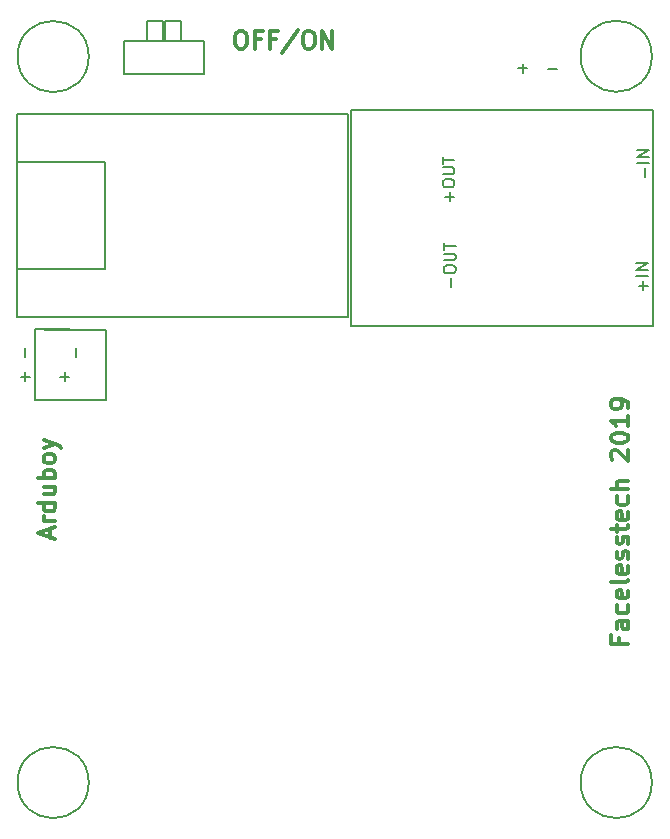
<source format=gbr>
G04 #@! TF.GenerationSoftware,KiCad,Pcbnew,5.0.2+dfsg1-1~bpo9+1*
G04 #@! TF.CreationDate,2019-07-11T09:36:16+01:00*
G04 #@! TF.ProjectId,arduboy_with_flashcart_port_smd_back,61726475-626f-4795-9f77-6974685f666c,rev?*
G04 #@! TF.SameCoordinates,Original*
G04 #@! TF.FileFunction,Legend,Top*
G04 #@! TF.FilePolarity,Positive*
%FSLAX46Y46*%
G04 Gerber Fmt 4.6, Leading zero omitted, Abs format (unit mm)*
G04 Created by KiCad (PCBNEW 5.0.2+dfsg1-1~bpo9+1) date Thu 11 Jul 2019 09:36:16 BST*
%MOMM*%
%LPD*%
G01*
G04 APERTURE LIST*
%ADD10C,0.300000*%
%ADD11C,0.150000*%
G04 APERTURE END LIST*
D10*
X49094200Y-102951242D02*
X49094200Y-102236957D01*
X49522771Y-103094100D02*
X48022771Y-102594100D01*
X49522771Y-102094100D01*
X49522771Y-101594100D02*
X48522771Y-101594100D01*
X48808485Y-101594100D02*
X48665628Y-101522671D01*
X48594200Y-101451242D01*
X48522771Y-101308385D01*
X48522771Y-101165528D01*
X49522771Y-100022671D02*
X48022771Y-100022671D01*
X49451342Y-100022671D02*
X49522771Y-100165528D01*
X49522771Y-100451242D01*
X49451342Y-100594100D01*
X49379914Y-100665528D01*
X49237057Y-100736957D01*
X48808485Y-100736957D01*
X48665628Y-100665528D01*
X48594200Y-100594100D01*
X48522771Y-100451242D01*
X48522771Y-100165528D01*
X48594200Y-100022671D01*
X48522771Y-98665528D02*
X49522771Y-98665528D01*
X48522771Y-99308385D02*
X49308485Y-99308385D01*
X49451342Y-99236957D01*
X49522771Y-99094100D01*
X49522771Y-98879814D01*
X49451342Y-98736957D01*
X49379914Y-98665528D01*
X49522771Y-97951242D02*
X48022771Y-97951242D01*
X48594200Y-97951242D02*
X48522771Y-97808385D01*
X48522771Y-97522671D01*
X48594200Y-97379814D01*
X48665628Y-97308385D01*
X48808485Y-97236957D01*
X49237057Y-97236957D01*
X49379914Y-97308385D01*
X49451342Y-97379814D01*
X49522771Y-97522671D01*
X49522771Y-97808385D01*
X49451342Y-97951242D01*
X49522771Y-96379814D02*
X49451342Y-96522671D01*
X49379914Y-96594100D01*
X49237057Y-96665528D01*
X48808485Y-96665528D01*
X48665628Y-96594100D01*
X48594200Y-96522671D01*
X48522771Y-96379814D01*
X48522771Y-96165528D01*
X48594200Y-96022671D01*
X48665628Y-95951242D01*
X48808485Y-95879814D01*
X49237057Y-95879814D01*
X49379914Y-95951242D01*
X49451342Y-96022671D01*
X49522771Y-96165528D01*
X49522771Y-96379814D01*
X48522771Y-95379814D02*
X49522771Y-95022671D01*
X48522771Y-94665528D02*
X49522771Y-95022671D01*
X49879914Y-95165528D01*
X49951342Y-95236957D01*
X50022771Y-95379814D01*
X97263757Y-111446828D02*
X97263757Y-111946828D01*
X98049471Y-111946828D02*
X96549471Y-111946828D01*
X96549471Y-111232542D01*
X98049471Y-110018257D02*
X97263757Y-110018257D01*
X97120900Y-110089685D01*
X97049471Y-110232542D01*
X97049471Y-110518257D01*
X97120900Y-110661114D01*
X97978042Y-110018257D02*
X98049471Y-110161114D01*
X98049471Y-110518257D01*
X97978042Y-110661114D01*
X97835185Y-110732542D01*
X97692328Y-110732542D01*
X97549471Y-110661114D01*
X97478042Y-110518257D01*
X97478042Y-110161114D01*
X97406614Y-110018257D01*
X97978042Y-108661114D02*
X98049471Y-108803971D01*
X98049471Y-109089685D01*
X97978042Y-109232542D01*
X97906614Y-109303971D01*
X97763757Y-109375400D01*
X97335185Y-109375400D01*
X97192328Y-109303971D01*
X97120900Y-109232542D01*
X97049471Y-109089685D01*
X97049471Y-108803971D01*
X97120900Y-108661114D01*
X97978042Y-107446828D02*
X98049471Y-107589685D01*
X98049471Y-107875400D01*
X97978042Y-108018257D01*
X97835185Y-108089685D01*
X97263757Y-108089685D01*
X97120900Y-108018257D01*
X97049471Y-107875400D01*
X97049471Y-107589685D01*
X97120900Y-107446828D01*
X97263757Y-107375400D01*
X97406614Y-107375400D01*
X97549471Y-108089685D01*
X98049471Y-106518257D02*
X97978042Y-106661114D01*
X97835185Y-106732542D01*
X96549471Y-106732542D01*
X97978042Y-105375400D02*
X98049471Y-105518257D01*
X98049471Y-105803971D01*
X97978042Y-105946828D01*
X97835185Y-106018257D01*
X97263757Y-106018257D01*
X97120900Y-105946828D01*
X97049471Y-105803971D01*
X97049471Y-105518257D01*
X97120900Y-105375400D01*
X97263757Y-105303971D01*
X97406614Y-105303971D01*
X97549471Y-106018257D01*
X97978042Y-104732542D02*
X98049471Y-104589685D01*
X98049471Y-104303971D01*
X97978042Y-104161114D01*
X97835185Y-104089685D01*
X97763757Y-104089685D01*
X97620900Y-104161114D01*
X97549471Y-104303971D01*
X97549471Y-104518257D01*
X97478042Y-104661114D01*
X97335185Y-104732542D01*
X97263757Y-104732542D01*
X97120900Y-104661114D01*
X97049471Y-104518257D01*
X97049471Y-104303971D01*
X97120900Y-104161114D01*
X97978042Y-103518257D02*
X98049471Y-103375400D01*
X98049471Y-103089685D01*
X97978042Y-102946828D01*
X97835185Y-102875400D01*
X97763757Y-102875400D01*
X97620900Y-102946828D01*
X97549471Y-103089685D01*
X97549471Y-103303971D01*
X97478042Y-103446828D01*
X97335185Y-103518257D01*
X97263757Y-103518257D01*
X97120900Y-103446828D01*
X97049471Y-103303971D01*
X97049471Y-103089685D01*
X97120900Y-102946828D01*
X97049471Y-102446828D02*
X97049471Y-101875400D01*
X96549471Y-102232542D02*
X97835185Y-102232542D01*
X97978042Y-102161114D01*
X98049471Y-102018257D01*
X98049471Y-101875400D01*
X97978042Y-100803971D02*
X98049471Y-100946828D01*
X98049471Y-101232542D01*
X97978042Y-101375400D01*
X97835185Y-101446828D01*
X97263757Y-101446828D01*
X97120900Y-101375400D01*
X97049471Y-101232542D01*
X97049471Y-100946828D01*
X97120900Y-100803971D01*
X97263757Y-100732542D01*
X97406614Y-100732542D01*
X97549471Y-101446828D01*
X97978042Y-99446828D02*
X98049471Y-99589685D01*
X98049471Y-99875400D01*
X97978042Y-100018257D01*
X97906614Y-100089685D01*
X97763757Y-100161114D01*
X97335185Y-100161114D01*
X97192328Y-100089685D01*
X97120900Y-100018257D01*
X97049471Y-99875400D01*
X97049471Y-99589685D01*
X97120900Y-99446828D01*
X98049471Y-98803971D02*
X96549471Y-98803971D01*
X98049471Y-98161114D02*
X97263757Y-98161114D01*
X97120900Y-98232542D01*
X97049471Y-98375400D01*
X97049471Y-98589685D01*
X97120900Y-98732542D01*
X97192328Y-98803971D01*
X96692328Y-96375400D02*
X96620900Y-96303971D01*
X96549471Y-96161114D01*
X96549471Y-95803971D01*
X96620900Y-95661114D01*
X96692328Y-95589685D01*
X96835185Y-95518257D01*
X96978042Y-95518257D01*
X97192328Y-95589685D01*
X98049471Y-96446828D01*
X98049471Y-95518257D01*
X96549471Y-94589685D02*
X96549471Y-94446828D01*
X96620900Y-94303971D01*
X96692328Y-94232542D01*
X96835185Y-94161114D01*
X97120900Y-94089685D01*
X97478042Y-94089685D01*
X97763757Y-94161114D01*
X97906614Y-94232542D01*
X97978042Y-94303971D01*
X98049471Y-94446828D01*
X98049471Y-94589685D01*
X97978042Y-94732542D01*
X97906614Y-94803971D01*
X97763757Y-94875400D01*
X97478042Y-94946828D01*
X97120900Y-94946828D01*
X96835185Y-94875400D01*
X96692328Y-94803971D01*
X96620900Y-94732542D01*
X96549471Y-94589685D01*
X98049471Y-92661114D02*
X98049471Y-93518257D01*
X98049471Y-93089685D02*
X96549471Y-93089685D01*
X96763757Y-93232542D01*
X96906614Y-93375400D01*
X96978042Y-93518257D01*
X98049471Y-91946828D02*
X98049471Y-91661114D01*
X97978042Y-91518257D01*
X97906614Y-91446828D01*
X97692328Y-91303971D01*
X97406614Y-91232542D01*
X96835185Y-91232542D01*
X96692328Y-91303971D01*
X96620900Y-91375400D01*
X96549471Y-91518257D01*
X96549471Y-91803971D01*
X96620900Y-91946828D01*
X96692328Y-92018257D01*
X96835185Y-92089685D01*
X97192328Y-92089685D01*
X97335185Y-92018257D01*
X97406614Y-91946828D01*
X97478042Y-91803971D01*
X97478042Y-91518257D01*
X97406614Y-91375400D01*
X97335185Y-91303971D01*
X97192328Y-91232542D01*
X65111785Y-60062371D02*
X65397500Y-60062371D01*
X65540357Y-60133800D01*
X65683214Y-60276657D01*
X65754642Y-60562371D01*
X65754642Y-61062371D01*
X65683214Y-61348085D01*
X65540357Y-61490942D01*
X65397500Y-61562371D01*
X65111785Y-61562371D01*
X64968928Y-61490942D01*
X64826071Y-61348085D01*
X64754642Y-61062371D01*
X64754642Y-60562371D01*
X64826071Y-60276657D01*
X64968928Y-60133800D01*
X65111785Y-60062371D01*
X66897500Y-60776657D02*
X66397500Y-60776657D01*
X66397500Y-61562371D02*
X66397500Y-60062371D01*
X67111785Y-60062371D01*
X68183214Y-60776657D02*
X67683214Y-60776657D01*
X67683214Y-61562371D02*
X67683214Y-60062371D01*
X68397500Y-60062371D01*
X70040357Y-59990942D02*
X68754642Y-61919514D01*
X70826071Y-60062371D02*
X71111785Y-60062371D01*
X71254642Y-60133800D01*
X71397500Y-60276657D01*
X71468928Y-60562371D01*
X71468928Y-61062371D01*
X71397500Y-61348085D01*
X71254642Y-61490942D01*
X71111785Y-61562371D01*
X70826071Y-61562371D01*
X70683214Y-61490942D01*
X70540357Y-61348085D01*
X70468928Y-61062371D01*
X70468928Y-60562371D01*
X70540357Y-60276657D01*
X70683214Y-60133800D01*
X70826071Y-60062371D01*
X72111785Y-61562371D02*
X72111785Y-60062371D01*
X72968928Y-61562371D01*
X72968928Y-60062371D01*
D11*
G04 #@! TO.C,U1*
X100152200Y-85026500D02*
X100152200Y-66713100D01*
X100152200Y-66713100D02*
X74549000Y-66725800D01*
X74549000Y-66725800D02*
X74549000Y-85026500D01*
X74549000Y-85026500D02*
X100152200Y-85026500D01*
G04 #@! TO.C,U2*
X52351569Y-123698000D02*
G75*
G03X52351569Y-123698000I-3012069J0D01*
G01*
G04 #@! TO.C,U5*
X52351569Y-62230000D02*
G75*
G03X52351569Y-62230000I-3012069J0D01*
G01*
G04 #@! TO.C,U6*
X100027369Y-123698000D02*
G75*
G03X100027369Y-123698000I-3012069J0D01*
G01*
G04 #@! TO.C,U7*
X100027369Y-62204600D02*
G75*
G03X100027369Y-62204600I-3012069J0D01*
G01*
G04 #@! TO.C,U3*
X48666400Y-85344000D02*
X51079400Y-85344000D01*
X47802800Y-85344000D02*
X47802800Y-91325700D01*
X47802800Y-91325700D02*
X53809900Y-91325700D01*
X53809900Y-91325700D02*
X53809900Y-85344000D01*
X53809900Y-85344000D02*
X47790100Y-85331300D01*
G04 #@! TO.C,SW1*
X62153800Y-63703200D02*
X55346600Y-63703200D01*
X55346600Y-63703200D02*
X55346600Y-60947300D01*
X62153800Y-63703200D02*
X62153800Y-60947300D01*
X62153800Y-60947300D02*
X55346600Y-60947300D01*
X58610500Y-60934600D02*
X58610500Y-59220100D01*
X58610500Y-59207400D02*
X57302400Y-59207400D01*
X57302400Y-59207400D02*
X57302400Y-60934600D01*
X58851800Y-60947300D02*
X58851800Y-59207400D01*
X58851800Y-59207400D02*
X60159900Y-59207400D01*
X60159900Y-59207400D02*
X60159900Y-60947300D01*
G04 #@! TO.C,U4*
X46266100Y-67094100D02*
X46266100Y-84289900D01*
X46266100Y-84289900D02*
X74269600Y-84289900D01*
X46266100Y-67094100D02*
X74269600Y-67094100D01*
X74269600Y-67094100D02*
X74269600Y-84289900D01*
X46266100Y-71183500D02*
X53771800Y-71183500D01*
X53771800Y-71183500D02*
X53771800Y-80200500D01*
X53771800Y-80200500D02*
X46266100Y-80200500D01*
G04 #@! TO.C,U1*
X99296528Y-82016457D02*
X99296528Y-81254552D01*
X99677480Y-81635504D02*
X98915576Y-81635504D01*
X99677480Y-80778361D02*
X98677480Y-80778361D01*
X99677480Y-80302171D02*
X98677480Y-80302171D01*
X99677480Y-79730742D01*
X98677480Y-79730742D01*
X99423528Y-72453357D02*
X99423528Y-71691452D01*
X99804480Y-71215261D02*
X98804480Y-71215261D01*
X99804480Y-70739071D02*
X98804480Y-70739071D01*
X99804480Y-70167642D01*
X98804480Y-70167642D01*
X82926228Y-74478923D02*
X82926228Y-73717019D01*
X83307180Y-74097971D02*
X82545276Y-74097971D01*
X82307180Y-73050352D02*
X82307180Y-72859876D01*
X82354800Y-72764638D01*
X82450038Y-72669400D01*
X82640514Y-72621780D01*
X82973847Y-72621780D01*
X83164323Y-72669400D01*
X83259561Y-72764638D01*
X83307180Y-72859876D01*
X83307180Y-73050352D01*
X83259561Y-73145590D01*
X83164323Y-73240828D01*
X82973847Y-73288447D01*
X82640514Y-73288447D01*
X82450038Y-73240828D01*
X82354800Y-73145590D01*
X82307180Y-73050352D01*
X82307180Y-72193209D02*
X83116704Y-72193209D01*
X83211942Y-72145590D01*
X83259561Y-72097971D01*
X83307180Y-72002733D01*
X83307180Y-71812257D01*
X83259561Y-71717019D01*
X83211942Y-71669400D01*
X83116704Y-71621780D01*
X82307180Y-71621780D01*
X82307180Y-71288447D02*
X82307180Y-70717019D01*
X83307180Y-71002733D02*
X82307180Y-71002733D01*
X83027828Y-81768723D02*
X83027828Y-81006819D01*
X82408780Y-80340152D02*
X82408780Y-80149676D01*
X82456400Y-80054438D01*
X82551638Y-79959200D01*
X82742114Y-79911580D01*
X83075447Y-79911580D01*
X83265923Y-79959200D01*
X83361161Y-80054438D01*
X83408780Y-80149676D01*
X83408780Y-80340152D01*
X83361161Y-80435390D01*
X83265923Y-80530628D01*
X83075447Y-80578247D01*
X82742114Y-80578247D01*
X82551638Y-80530628D01*
X82456400Y-80435390D01*
X82408780Y-80340152D01*
X82408780Y-79483009D02*
X83218304Y-79483009D01*
X83313542Y-79435390D01*
X83361161Y-79387771D01*
X83408780Y-79292533D01*
X83408780Y-79102057D01*
X83361161Y-79006819D01*
X83313542Y-78959200D01*
X83218304Y-78911580D01*
X82408780Y-78911580D01*
X82408780Y-78578247D02*
X82408780Y-78006819D01*
X83408780Y-78292533D02*
X82408780Y-78292533D01*
G04 #@! TO.C,U8*
X88709547Y-63203128D02*
X89471452Y-63203128D01*
X89090500Y-63584080D02*
X89090500Y-62822176D01*
X91249547Y-63266628D02*
X92011452Y-63266628D01*
G04 #@! TO.C,U3*
X50325328Y-89725452D02*
X50325328Y-88963547D01*
X50706280Y-89344500D02*
X49944376Y-89344500D01*
X51246019Y-87629952D02*
X51246019Y-86868047D01*
X46985228Y-87693452D02*
X46985228Y-86931547D01*
X46972528Y-89725452D02*
X46972528Y-88963547D01*
X47353480Y-89344500D02*
X46591576Y-89344500D01*
G04 #@! TD*
M02*

</source>
